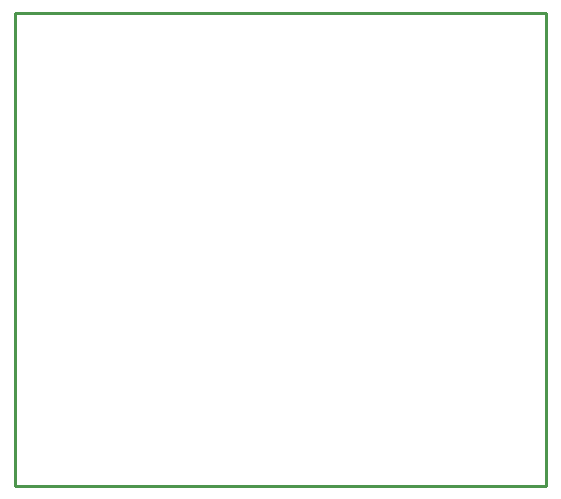
<source format=gbr>
G04 EAGLE Gerber RS-274X export*
G75*
%MOMM*%
%FSLAX34Y34*%
%LPD*%
%IN*%
%IPPOS*%
%AMOC8*
5,1,8,0,0,1.08239X$1,22.5*%
G01*
G04 Define Apertures*
%ADD10C,0.254000*%
D10*
X0Y0D02*
X450000Y0D01*
X450000Y400000D01*
X0Y400000D01*
X0Y0D01*
M02*

</source>
